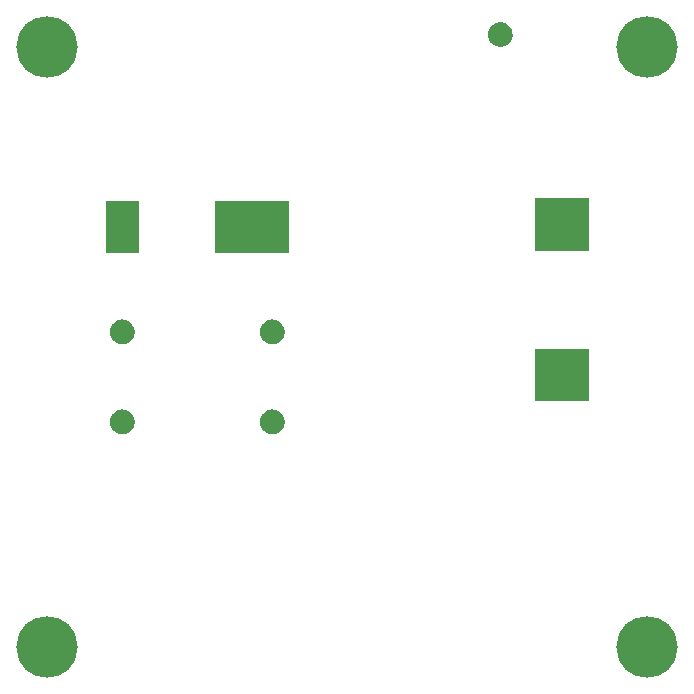
<source format=gbs>
G04 Layer: BottomSolderMaskLayer*
G04 EasyEDA v6.5.34, 2023-08-21 18:11:39*
G04 9371a8be428f4a87b74db2829c10452a,5a6b42c53f6a479593ecc07194224c93,10*
G04 Gerber Generator version 0.2*
G04 Scale: 100 percent, Rotated: No, Reflected: No *
G04 Dimensions in millimeters *
G04 leading zeros omitted , absolute positions ,4 integer and 5 decimal *
%FSLAX45Y45*%
%MOMM*%

%ADD10C,5.2032*%

%LPD*%
G36*
X4216400Y5669534D02*
G01*
X4207154Y5669127D01*
X4198010Y5667908D01*
X4189018Y5665876D01*
X4184599Y5664606D01*
X4175963Y5661406D01*
X4167632Y5657443D01*
X4159656Y5652770D01*
X4152137Y5647385D01*
X4145127Y5641390D01*
X4138676Y5634837D01*
X4132834Y5627674D01*
X4127652Y5620054D01*
X4123131Y5611977D01*
X4119372Y5603544D01*
X4116374Y5594858D01*
X4114139Y5585866D01*
X4112717Y5576773D01*
X4112107Y5567578D01*
X4112310Y5558332D01*
X4113326Y5549188D01*
X4115155Y5540146D01*
X4117797Y5531307D01*
X4119372Y5526938D01*
X4123131Y5518556D01*
X4127652Y5510479D01*
X4132834Y5502859D01*
X4138676Y5495696D01*
X4145127Y5489143D01*
X4152137Y5483098D01*
X4159656Y5477764D01*
X4167632Y5473090D01*
X4175963Y5469128D01*
X4184599Y5465927D01*
X4193489Y5463540D01*
X4202582Y5461914D01*
X4211777Y5461101D01*
X4221022Y5461101D01*
X4230166Y5461914D01*
X4239260Y5463540D01*
X4248150Y5465927D01*
X4256836Y5469128D01*
X4265168Y5473090D01*
X4273092Y5477764D01*
X4280611Y5483098D01*
X4287621Y5489143D01*
X4294073Y5495696D01*
X4299915Y5502859D01*
X4305096Y5510479D01*
X4309618Y5518556D01*
X4313377Y5526938D01*
X4316374Y5535676D01*
X4318609Y5544616D01*
X4320032Y5553760D01*
X4320641Y5562955D01*
X4320438Y5572201D01*
X4319422Y5581345D01*
X4317593Y5590387D01*
X4314952Y5599226D01*
X4311599Y5607812D01*
X4307433Y5616092D01*
X4302607Y5623915D01*
X4297070Y5631332D01*
X4290923Y5638190D01*
X4284218Y5644489D01*
X4276953Y5650179D01*
X4269181Y5655208D01*
X4261053Y5659526D01*
X4252518Y5663082D01*
X4248150Y5664606D01*
X4239260Y5666994D01*
X4230166Y5668619D01*
X4221022Y5669432D01*
G37*
G36*
X1016000Y3152292D02*
G01*
X1006754Y3151886D01*
X997610Y3150616D01*
X993089Y3149752D01*
X984199Y3147314D01*
X975563Y3144113D01*
X967232Y3140151D01*
X959256Y3135477D01*
X951737Y3130143D01*
X944727Y3124149D01*
X938276Y3117545D01*
X932434Y3110382D01*
X927252Y3102762D01*
X922782Y3094736D01*
X918971Y3086303D01*
X915974Y3077565D01*
X913790Y3068624D01*
X912368Y3059480D01*
X911758Y3050286D01*
X911961Y3041091D01*
X912977Y3031896D01*
X914755Y3022854D01*
X917397Y3014014D01*
X918971Y3009696D01*
X922782Y3001264D01*
X927252Y2993186D01*
X932434Y2985566D01*
X938276Y2978454D01*
X944727Y2971850D01*
X951737Y2965856D01*
X959256Y2960471D01*
X967232Y2955798D01*
X975563Y2951886D01*
X979830Y2950159D01*
X988618Y2947365D01*
X997610Y2945333D01*
X1006754Y2944114D01*
X1016000Y2943707D01*
X1025194Y2944114D01*
X1034338Y2945333D01*
X1043330Y2947365D01*
X1052118Y2950159D01*
X1060653Y2953766D01*
X1064768Y2955798D01*
X1072743Y2960471D01*
X1080211Y2965856D01*
X1083818Y2968752D01*
X1090523Y2975051D01*
X1096670Y2981960D01*
X1102207Y2989326D01*
X1107084Y2997200D01*
X1111199Y3005429D01*
X1114602Y3014014D01*
X1117193Y3022854D01*
X1119022Y3031896D01*
X1120038Y3041091D01*
X1120241Y3050286D01*
X1119632Y3059480D01*
X1118209Y3068624D01*
X1115974Y3077565D01*
X1114602Y3081985D01*
X1111199Y3090519D01*
X1107084Y3098800D01*
X1102207Y3106623D01*
X1096670Y3114040D01*
X1090523Y3120898D01*
X1083818Y3127197D01*
X1076553Y3132886D01*
X1068781Y3137916D01*
X1060653Y3142234D01*
X1052118Y3145790D01*
X1043330Y3148634D01*
X1038860Y3149752D01*
X1029766Y3151327D01*
X1020622Y3152190D01*
G37*
G36*
X2286000Y3152292D02*
G01*
X2276754Y3151886D01*
X2267610Y3150616D01*
X2263089Y3149752D01*
X2254199Y3147314D01*
X2245563Y3144113D01*
X2237232Y3140151D01*
X2229256Y3135477D01*
X2221738Y3130143D01*
X2214727Y3124149D01*
X2208276Y3117545D01*
X2202434Y3110382D01*
X2197252Y3102762D01*
X2192782Y3094736D01*
X2188972Y3086303D01*
X2185974Y3077565D01*
X2183790Y3068624D01*
X2182317Y3059480D01*
X2181707Y3050286D01*
X2181910Y3041091D01*
X2182317Y3036468D01*
X2183790Y3027375D01*
X2184755Y3022854D01*
X2187397Y3014014D01*
X2188972Y3009696D01*
X2192782Y3001264D01*
X2197252Y2993186D01*
X2202434Y2985566D01*
X2208276Y2978454D01*
X2214727Y2971850D01*
X2221738Y2965856D01*
X2229256Y2960471D01*
X2237232Y2955798D01*
X2245563Y2951886D01*
X2249830Y2950159D01*
X2258618Y2947365D01*
X2267610Y2945333D01*
X2276754Y2944114D01*
X2286000Y2943707D01*
X2295194Y2944114D01*
X2304338Y2945333D01*
X2313330Y2947365D01*
X2322118Y2950159D01*
X2330653Y2953766D01*
X2334768Y2955798D01*
X2342743Y2960471D01*
X2350211Y2965856D01*
X2353818Y2968752D01*
X2360523Y2975051D01*
X2366670Y2981960D01*
X2372207Y2989326D01*
X2377033Y2997200D01*
X2381199Y3005429D01*
X2384602Y3014014D01*
X2387193Y3022854D01*
X2389022Y3031896D01*
X2390038Y3041091D01*
X2390241Y3050286D01*
X2389632Y3059480D01*
X2388209Y3068624D01*
X2385974Y3077565D01*
X2384602Y3081985D01*
X2381199Y3090519D01*
X2377033Y3098800D01*
X2372207Y3106623D01*
X2366670Y3114040D01*
X2360523Y3120898D01*
X2353818Y3127197D01*
X2346553Y3132886D01*
X2338781Y3137916D01*
X2330653Y3142234D01*
X2322118Y3145790D01*
X2313330Y3148634D01*
X2308860Y3149752D01*
X2299766Y3151327D01*
X2290622Y3152190D01*
G37*
G36*
X1016000Y2390292D02*
G01*
X1006754Y2389886D01*
X997610Y2388616D01*
X993089Y2387752D01*
X984199Y2385314D01*
X975563Y2382113D01*
X967232Y2378151D01*
X959256Y2373477D01*
X951737Y2368143D01*
X944727Y2362149D01*
X938276Y2355545D01*
X932434Y2348382D01*
X927252Y2340762D01*
X922731Y2332736D01*
X918971Y2324303D01*
X915974Y2315565D01*
X913739Y2306624D01*
X912317Y2297480D01*
X911707Y2288286D01*
X911910Y2279091D01*
X912926Y2269896D01*
X914755Y2260854D01*
X917397Y2252014D01*
X918971Y2247696D01*
X922731Y2239264D01*
X927252Y2231186D01*
X932434Y2223566D01*
X938276Y2216454D01*
X944727Y2209850D01*
X951737Y2203856D01*
X959256Y2198471D01*
X967232Y2193798D01*
X975563Y2189886D01*
X979830Y2188159D01*
X988618Y2185365D01*
X997610Y2183333D01*
X1006754Y2182114D01*
X1016000Y2181707D01*
X1025194Y2182114D01*
X1034338Y2183333D01*
X1043330Y2185365D01*
X1052118Y2188159D01*
X1060653Y2191766D01*
X1064768Y2193798D01*
X1072692Y2198471D01*
X1076553Y2201062D01*
X1083818Y2206752D01*
X1090523Y2213051D01*
X1096670Y2219960D01*
X1102207Y2227326D01*
X1107033Y2235200D01*
X1111199Y2243429D01*
X1114552Y2252014D01*
X1117193Y2260854D01*
X1119022Y2269896D01*
X1120038Y2279091D01*
X1120241Y2288286D01*
X1119632Y2297480D01*
X1118209Y2306624D01*
X1115974Y2315565D01*
X1112977Y2324303D01*
X1109218Y2332736D01*
X1104696Y2340762D01*
X1099515Y2348382D01*
X1093673Y2355545D01*
X1087221Y2362149D01*
X1080211Y2368143D01*
X1072692Y2373477D01*
X1064768Y2378151D01*
X1056436Y2382113D01*
X1047750Y2385314D01*
X1038860Y2387752D01*
X1029766Y2389327D01*
X1020622Y2390190D01*
G37*
G36*
X2286000Y2390292D02*
G01*
X2276754Y2389886D01*
X2267610Y2388616D01*
X2263089Y2387752D01*
X2254199Y2385314D01*
X2245563Y2382113D01*
X2237181Y2378151D01*
X2229256Y2373477D01*
X2221738Y2368143D01*
X2214727Y2362149D01*
X2208276Y2355545D01*
X2202434Y2348382D01*
X2197252Y2340762D01*
X2192731Y2332736D01*
X2188972Y2324303D01*
X2185974Y2315565D01*
X2183739Y2306624D01*
X2182317Y2297480D01*
X2181707Y2288286D01*
X2181910Y2279091D01*
X2182926Y2269896D01*
X2184755Y2260854D01*
X2187397Y2252014D01*
X2188972Y2247696D01*
X2192731Y2239264D01*
X2197252Y2231186D01*
X2202434Y2223566D01*
X2208276Y2216454D01*
X2214727Y2209850D01*
X2221738Y2203856D01*
X2229256Y2198471D01*
X2237181Y2193798D01*
X2245563Y2189886D01*
X2249830Y2188159D01*
X2258618Y2185365D01*
X2267610Y2183333D01*
X2276754Y2182114D01*
X2286000Y2181707D01*
X2295194Y2182114D01*
X2304338Y2183333D01*
X2313330Y2185365D01*
X2322118Y2188159D01*
X2330653Y2191766D01*
X2334768Y2193798D01*
X2342692Y2198471D01*
X2346553Y2201062D01*
X2353818Y2206752D01*
X2360523Y2213051D01*
X2366670Y2219960D01*
X2372207Y2227326D01*
X2377033Y2235200D01*
X2381199Y2243429D01*
X2384552Y2252014D01*
X2387193Y2260854D01*
X2389022Y2269896D01*
X2390038Y2279091D01*
X2390241Y2288286D01*
X2389632Y2297480D01*
X2388209Y2306624D01*
X2385974Y2315565D01*
X2382977Y2324303D01*
X2379218Y2332736D01*
X2374696Y2340762D01*
X2369515Y2348382D01*
X2363673Y2355545D01*
X2357221Y2362149D01*
X2350211Y2368143D01*
X2342692Y2373477D01*
X2334768Y2378151D01*
X2326436Y2382113D01*
X2317750Y2385314D01*
X2308860Y2387752D01*
X2299766Y2389327D01*
X2295194Y2389886D01*
G37*
D10*
G01*
X380992Y5460992D03*
G01*
X380992Y380992D03*
G01*
X5460992Y380992D03*
G01*
X5460992Y5460992D03*
G36*
X876292Y4152892D02*
G01*
X1155692Y4152892D01*
X1155692Y3714742D01*
X876292Y3714742D01*
G37*
G36*
X1803392Y4152892D02*
G01*
X2425692Y4152892D01*
X2425692Y3717917D01*
X1803392Y3717917D01*
G37*
G36*
X4508492Y4178292D02*
G01*
X4965692Y4178292D01*
X4965692Y3733792D01*
X4508492Y3733792D01*
G37*
G36*
X4508492Y2901942D02*
G01*
X4965692Y2901942D01*
X4965692Y2457442D01*
X4508492Y2457442D01*
G37*
M02*

</source>
